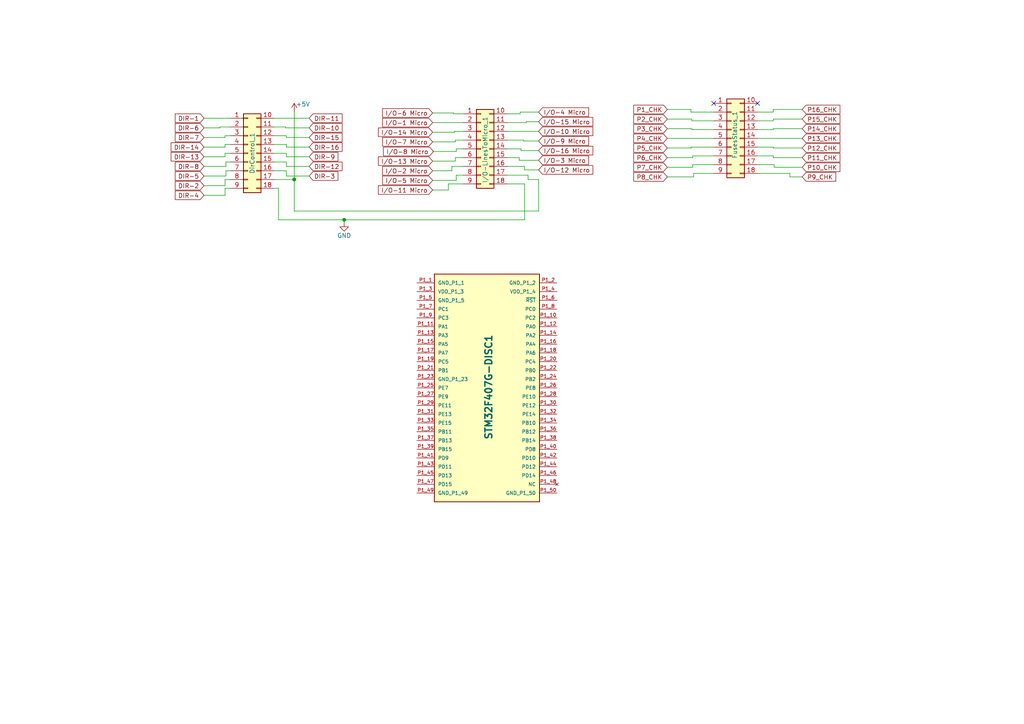
<source format=kicad_sch>
(kicad_sch (version 20250114) (generator "eeschema") (generator_version "9.0")
  (paper "A4")
  (lib_symbols
    (symbol "Connector_Generic:Conn_02x09_Top_Bottom" (pin_names (offset 1.016) (hide yes))
      (property "Reference" "J" (at 1.27 12.7 0))
      (property "Value" "Conn_02x09_Top_Bottom" (at 1.27 -12.7 0))
      (symbol "Conn_02x09_Top_Bottom_1_1"
        (rectangle (start -1.27 11.43) (end 3.81 -11.43) (stroke (width 0.254)) (fill (type background)))
        (rectangle (start -1.27 10.287) (end 0 10.033) (stroke (width 0.1524)))
        (rectangle (start -1.27 7.747) (end 0 7.493) (stroke (width 0.1524)))
        (rectangle (start -1.27 5.207) (end 0 4.953) (stroke (width 0.1524)))
        (rectangle (start -1.27 2.667) (end 0 2.413) (stroke (width 0.1524)))
        (rectangle (start -1.27 0.127) (end 0 -0.127) (stroke (width 0.1524)))
        (rectangle (start -1.27 -2.413) (end 0 -2.667) (stroke (width 0.1524)))
        (rectangle (start -1.27 -4.953) (end 0 -5.207) (stroke (width 0.1524)))
        (rectangle (start -1.27 -7.493) (end 0 -7.747) (stroke (width 0.1524)))
        (rectangle (start -1.27 -10.033) (end 0 -10.287) (stroke (width 0.1524)))
        (rectangle (start 3.81 10.287) (end 2.54 10.033) (stroke (width 0.1524)))
        (rectangle (start 3.81 7.747) (end 2.54 7.493) (stroke (width 0.1524)))
        (rectangle (start 3.81 5.207) (end 2.54 4.953) (stroke (width 0.1524)))
        (rectangle (start 3.81 2.667) (end 2.54 2.413) (stroke (width 0.1524)))
        (rectangle (start 3.81 0.127) (end 2.54 -0.127) (stroke (width 0.1524)))
        (rectangle (start 3.81 -2.413) (end 2.54 -2.667) (stroke (width 0.1524)))
        (rectangle (start 3.81 -4.953) (end 2.54 -5.207) (stroke (width 0.1524)))
        (rectangle (start 3.81 -7.493) (end 2.54 -7.747) (stroke (width 0.1524)))
        (rectangle (start 3.81 -10.033) (end 2.54 -10.287) (stroke (width 0.1524)))
        (pin passive line (at -5.08 10.16 0) (length 3.81) (name "Pin_1") (number "1"))
        (pin passive line (at -5.08 7.62 0) (length 3.81) (name "Pin_2") (number "2"))
        (pin passive line (at -5.08 5.08 0) (length 3.81) (name "Pin_3") (number "3"))
        (pin passive line (at -5.08 2.54 0) (length 3.81) (name "Pin_4") (number "4"))
        (pin passive line (at -5.08 0 0) (length 3.81) (name "Pin_5") (number "5"))
        (pin passive line (at -5.08 -2.54 0) (length 3.81) (name "Pin_6") (number "6"))
        (pin passive line (at -5.08 -5.08 0) (length 3.81) (name "Pin_7") (number "7"))
        (pin passive line (at -5.08 -7.62 0) (length 3.81) (name "Pin_8") (number "8"))
        (pin passive line (at -5.08 -10.16 0) (length 3.81) (name "Pin_9") (number "9"))
        (pin passive line (at 7.62 10.16 180) (length 3.81) (name "Pin_10") (number "10"))
        (pin passive line (at 7.62 7.62 180) (length 3.81) (name "Pin_11") (number "11"))
        (pin passive line (at 7.62 5.08 180) (length 3.81) (name "Pin_12") (number "12"))
        (pin passive line (at 7.62 2.54 180) (length 3.81) (name "Pin_13") (number "13"))
        (pin passive line (at 7.62 0 180) (length 3.81) (name "Pin_14") (number "14"))
        (pin passive line (at 7.62 -2.54 180) (length 3.81) (name "Pin_15") (number "15"))
        (pin passive line (at 7.62 -5.08 180) (length 3.81) (name "Pin_16") (number "16"))
        (pin passive line (at 7.62 -7.62 180) (length 3.81) (name "Pin_17") (number "17"))
        (pin passive line (at 7.62 -10.16 180) (length 3.81) (name "Pin_18") (number "18"))
      )
    )
    (symbol "STM32F407G-DISC1:STM32F407G-DISC1" (pin_names (offset 1.016))
      (property "Reference" "U" (at -15.24 33.782 0))
      (property "Value" "STM32F407G-DISC1" (at -15.24 -35.56 0))
      (symbol "STM32F407G-DISC1_1_0"
        (rectangle (start -15.24 -33.02) (end 15.24 33.02) (stroke (width 0.254)) (fill (type background)))
        (pin power_in line (at -20.32 30.48 0) (length 5.08) (name "GND_P1_1") (number "P1_1"))
        (pin power_in line (at -20.32 27.94 0) (length 5.08) (name "VDD_P1_3") (number "P1_3"))
        (pin power_in line (at -20.32 25.4 0) (length 5.08) (name "GND_P1_5") (number "P1_5"))
        (pin bidirectional line (at -20.32 22.86 0) (length 5.08) (name "PC1") (number "P1_7"))
        (pin bidirectional line (at -20.32 20.32 0) (length 5.08) (name "PC3") (number "P1_9"))
        (pin bidirectional line (at -20.32 17.78 0) (length 5.08) (name "PA1") (number "P1_11"))
        (pin bidirectional line (at -20.32 15.24 0) (length 5.08) (name "PA3") (number "P1_13"))
        (pin bidirectional line (at -20.32 12.7 0) (length 5.08) (name "PA5") (number "P1_15"))
        (pin bidirectional line (at -20.32 10.16 0) (length 5.08) (name "PA7") (number "P1_17"))
        (pin bidirectional line (at -20.32 7.62 0) (length 5.08) (name "PC5") (number "P1_19"))
        (pin bidirectional line (at -20.32 5.08 0) (length 5.08) (name "PB1") (number "P1_21"))
        (pin power_in line (at -20.32 2.54 0) (length 5.08) (name "GND_P1_23") (number "P1_23"))
        (pin bidirectional line (at -20.32 0 0) (length 5.08) (name "PE7") (number "P1_25"))
        (pin bidirectional line (at -20.32 -2.54 0) (length 5.08) (name "PE9") (number "P1_27"))
        (pin bidirectional line (at -20.32 -5.08 0) (length 5.08) (name "PE11") (number "P1_29"))
        (pin bidirectional line (at -20.32 -7.62 0) (length 5.08) (name "PE13") (number "P1_31"))
        (pin bidirectional line (at -20.32 -10.16 0) (length 5.08) (name "PE15") (number "P1_33"))
        (pin bidirectional line (at -20.32 -12.7 0) (length 5.08) (name "PB11") (number "P1_35"))
        (pin bidirectional line (at -20.32 -15.24 0) (length 5.08) (name "PB13") (number "P1_37"))
        (pin bidirectional line (at -20.32 -17.78 0) (length 5.08) (name "PB15") (number "P1_39"))
        (pin bidirectional line (at -20.32 -20.32 0) (length 5.08) (name "PD9") (number "P1_41"))
        (pin bidirectional line (at -20.32 -22.86 0) (length 5.08) (name "PD11") (number "P1_43"))
        (pin bidirectional line (at -20.32 -25.4 0) (length 5.08) (name "PD13") (number "P1_45"))
        (pin bidirectional line (at -20.32 -27.94 0) (length 5.08) (name "PD15") (number "P1_47"))
        (pin power_in line (at -20.32 -30.48 0) (length 5.08) (name "GND_P1_49") (number "P1_49"))
        (pin power_in line (at 20.32 30.48 180) (length 5.08) (name "GND_P1_2") (number "P1_2"))
        (pin power_in line (at 20.32 27.94 180) (length 5.08) (name "VDD_P1_4") (number "P1_4"))
        (pin bidirectional line (at 20.32 25.4 180) (length 5.08) (name "~{RST}") (number "P1_6"))
        (pin bidirectional line (at 20.32 22.86 180) (length 5.08) (name "PC0") (number "P1_8"))
        (pin bidirectional line (at 20.32 20.32 180) (length 5.08) (name "PC2") (number "P1_10"))
        (pin bidirectional line (at 20.32 17.78 180) (length 5.08) (name "PA0") (number "P1_12"))
        (pin bidirectional line (at 20.32 15.24 180) (length 5.08) (name "PA2") (number "P1_14"))
        (pin bidirectional line (at 20.32 12.7 180) (length 5.08) (name "PA4") (number "P1_16"))
        (pin bidirectional line (at 20.32 10.16 180) (length 5.08) (name "PA6") (number "P1_18"))
        (pin bidirectional line (at 20.32 7.62 180) (length 5.08) (name "PC4") (number "P1_20"))
        (pin bidirectional line (at 20.32 5.08 180) (length 5.08) (name "PB0") (number "P1_22"))
        (pin bidirectional line (at 20.32 2.54 180) (length 5.08) (name "PB2") (number "P1_24"))
        (pin bidirectional line (at 20.32 0 180) (length 5.08) (name "PE8") (number "P1_26"))
        (pin bidirectional line (at 20.32 -2.54 180) (length 5.08) (name "PE10") (number "P1_28"))
        (pin bidirectional line (at 20.32 -5.08 180) (length 5.08) (name "PE12") (number "P1_30"))
        (pin bidirectional line (at 20.32 -7.62 180) (length 5.08) (name "PE14") (number "P1_32"))
        (pin bidirectional line (at 20.32 -10.16 180) (length 5.08) (name "PB10") (number "P1_34"))
        (pin bidirectional line (at 20.32 -12.7 180) (length 5.08) (name "PB12") (number "P1_36"))
        (pin bidirectional line (at 20.32 -15.24 180) (length 5.08) (name "PB14") (number "P1_38"))
        (pin bidirectional line (at 20.32 -17.78 180) (length 5.08) (name "PD8") (number "P1_40"))
        (pin bidirectional line (at 20.32 -20.32 180) (length 5.08) (name "PD10") (number "P1_42"))
        (pin bidirectional line (at 20.32 -22.86 180) (length 5.08) (name "PD12") (number "P1_44"))
        (pin bidirectional line (at 20.32 -25.4 180) (length 5.08) (name "PD14") (number "P1_46"))
        (pin no_connect line (at 20.32 -27.94 180) (length 5.08) (name "NC") (number "P1_48"))
        (pin power_in line (at 20.32 -30.48 180) (length 5.08) (name "GND_P1_50") (number "P1_50"))
      )
      (symbol "STM32F407G-DISC1_2_0"
        (rectangle (start -15.24 -33.02) (end 15.24 33.02) (stroke (width 0.254)) (fill (type background)))
        (pin power_in line (at -20.32 30.48 0) (length 5.08) (name "GND_P2_1") (number "P2_1"))
        (pin power_in line (at -20.32 27.94 0) (length 5.08) (name "5V_P2_3") (number "P2_3"))
        (pin power_in line (at -20.32 25.4 0) (length 5.08) (name "3V_P2_5") (number "P2_5"))
        (pin bidirectional line (at -20.32 22.86 0) (length 5.08) (name "PH0") (number "P2_7"))
        (pin bidirectional line (at -20.32 20.32 0) (length 5.08) (name "PC14") (number "P2_9"))
        (pin bidirectional line (at -20.32 17.78 0) (length 5.08) (name "PE6") (number "P2_11"))
        (pin bidirectional line (at -20.32 15.24 0) (length 5.08) (name "PE4") (number "P2_13"))
        (pin bidirectional line (at -20.32 12.7 0) (length 5.08) (name "PE2") (number "P2_15"))
        (pin bidirectional line (at -20.32 10.16 0) (length 5.08) (name "PE0") (number "P2_17"))
        (pin bidirectional line (at -20.32 7.62 0) (length 5.08) (name "PB8") (number "P2_19"))
        (pin input line (at -20.32 5.08 0) (length 5.08) (name "BOOT0") (number "P2_21"))
        (pin bidirectional line (at -20.32 2.54 0) (length 5.08) (name "PB6") (number "P2_23"))
        (pin bidirectional line (at -20.32 0 0) (length 5.08) (name "PB4") (number "P2_25"))
        (pin bidirectional line (at -20.32 -2.54 0) (length 5.08) (name "PD7") (number "P2_27"))
        (pin bidirectional line (at -20.32 -5.08 0) (length 5.08) (name "PD5") (number "P2_29"))
        (pin bidirectional line (at -20.32 -7.62 0) (length 5.08) (name "PD3") (number "P2_31"))
        (pin bidirectional line (at -20.32 -10.16 0) (length 5.08) (name "PD1") (number "P2_33"))
        (pin bidirectional line (at -20.32 -12.7 0) (length 5.08) (name "PC12") (number "P2_35"))
        (pin bidirectional line (at -20.32 -15.24 0) (length 5.08) (name "PC10") (number "P2_37"))
        (pin bidirectional line (at -20.32 -17.78 0) (length 5.08) (name "PA14") (number "P2_39"))
        (pin bidirectional line (at -20.32 -20.32 0) (length 5.08) (name "PA10") (number "P2_41"))
        (pin bidirectional line (at -20.32 -22.86 0) (length 5.08) (name "PA8") (number "P2_43"))
        (pin bidirectional line (at -20.32 -25.4 0) (length 5.08) (name "PC8") (number "P2_45"))
        (pin bidirectional line (at -20.32 -27.94 0) (length 5.08) (name "PC6") (number "P2_47"))
        (pin power_in line (at -20.32 -30.48 0) (length 5.08) (name "GND_P2_49") (number "P2_49"))
        (pin power_in line (at 20.32 30.48 180) (length 5.08) (name "GND_P2_2") (number "P2_2"))
        (pin power_in line (at 20.32 27.94 180) (length 5.08) (name "5V_P2_4") (number "P2_4"))
        (pin power_in line (at 20.32 25.4 180) (length 5.08) (name "3V_P2_6") (number "P2_6"))
        (pin bidirectional line (at 20.32 22.86 180) (length 5.08) (name "PH1") (number "P2_8"))
        (pin bidirectional line (at 20.32 20.32 180) (length 5.08) (name "PC15") (number "P2_10"))
        (pin bidirectional line (at 20.32 17.78 180) (length 5.08) (name "PC13") (number "P2_12"))
        (pin bidirectional line (at 20.32 15.24 180) (length 5.08) (name "PE5") (number "P2_14"))
        (pin bidirectional line (at 20.32 12.7 180) (length 5.08) (name "PE3") (number "P2_16"))
        (pin bidirectional line (at 20.32 10.16 180) (length 5.08) (name "PE1") (number "P2_18"))
        (pin bidirectional line (at 20.32 7.62 180) (length 5.08) (name "PB9") (number "P2_20"))
        (pin power_in line (at 20.32 5.08 180) (length 5.08) (name "VDD_P2_22") (number "P2_22"))
        (pin bidirectional line (at 20.32 2.54 180) (length 5.08) (name "PB7") (number "P2_24"))
        (pin bidirectional line (at 20.32 0 180) (length 5.08) (name "PB5") (number "P2_26"))
        (pin bidirectional line (at 20.32 -2.54 180) (length 5.08) (name "PB3") (number "P2_28"))
        (pin bidirectional line (at 20.32 -5.08 180) (length 5.08) (name "PD6") (number "P2_30"))
        (pin bidirectional line (at 20.32 -7.62 180) (length 5.08) (name "PD4") (number "P2_32"))
        (pin bidirectional line (at 20.32 -10.16 180) (length 5.08) (name "PD2") (number "P2_34"))
        (pin bidirectional line (at 20.32 -12.7 180) (length 5.08) (name "PD0") (number "P2_36"))
        (pin bidirectional line (at 20.32 -15.24 180) (length 5.08) (name "PC11") (number "P2_38"))
        (pin bidirectional line (at 20.32 -17.78 180) (length 5.08) (name "PA15") (number "P2_40"))
        (pin bidirectional line (at 20.32 -20.32 180) (length 5.08) (name "PA13") (number "P2_42"))
        (pin bidirectional line (at 20.32 -22.86 180) (length 5.08) (name "PA9") (number "P2_44"))
        (pin bidirectional line (at 20.32 -25.4 180) (length 5.08) (name "PC9") (number "P2_46"))
        (pin bidirectional line (at 20.32 -27.94 180) (length 5.08) (name "PC7") (number "P2_48"))
        (pin power_in line (at 20.32 -30.48 180) (length 5.08) (name "GND_P2_50") (number "P2_50"))
      )
    )
    (symbol "power:+5V" (power) (pin_numbers (hide yes)) (pin_names (offset 0) (hide yes))
      (property "Value" "+5V" (at 0 3.556 0))
      (symbol "+5V_0_1"
        (polyline (pts (xy -0.762 1.27) (xy 0 2.54)))
        (polyline (pts (xy 0 2.54) (xy 0.762 1.27)))
        (polyline (pts (xy 0 0) (xy 0 2.54)))
      )
      (symbol "+5V_1_1"
        (pin power_in line (at 0 0 90) (length 0) (name "~") (number "1"))
      )
    )
    (symbol "power:GND" (power) (pin_numbers (hide yes)) (pin_names (offset 0) (hide yes))
      (property "Value" "GND" (at 0 -3.81 0))
      (symbol "GND_0_1"
        (polyline (pts (xy 0 0) (xy 0 -1.27) (xy 1.27 -1.27) (xy 0 -2.54) (xy -1.27 -1.27) (xy 0 -1.27)))
      )
      (symbol "GND_1_1"
        (pin power_in line (at 0 0 270) (length 0) (name "~") (number "1"))
      )
    )
  )
  (junction (at 99.822 63.754))
  (junction (at 85.344 52.07))
  (no_connect (at 207.01 29.972))
  (no_connect (at 219.71 29.972))
  (wire (pts (xy 193.548 34.544) (xy 200.66 34.544)))
  (wire (pts (xy 200.914 47.752) (xy 207.01 47.752)))
  (wire (pts (xy 66.802 49.53) (xy 65.532 49.53)))
  (wire (pts (xy 89.662 42.672) (xy 83.058 42.672)))
  (wire (pts (xy 65.278 39.878) (xy 65.278 39.37)))
  (wire (pts (xy 79.502 34.29) (xy 89.662 34.29)))
  (wire (pts (xy 79.502 44.45) (xy 83.058 44.45)))
  (wire (pts (xy 224.282 42.926) (xy 224.282 42.672)))
  (wire (pts (xy 224.282 37.338) (xy 232.664 37.338)))
  (wire (pts (xy 152.146 49.276) (xy 152.146 48.26)))
  (wire (pts (xy 80.772 54.61) (xy 79.502 54.61)))
  (wire (pts (xy 153.162 50.8) (xy 147.066 50.8)))
  (wire (pts (xy 63.754 36.83) (xy 63.754 37.084)))
  (wire (pts (xy 125.476 49.53) (xy 131.064 49.53)))
  (wire (pts (xy 131.572 33.02) (xy 134.366 33.02)))
  (wire (pts (xy 59.182 39.878) (xy 65.278 39.878)))
  (wire (pts (xy 200.406 32.512) (xy 200.406 31.75)))
  (wire (pts (xy 83.058 42.672) (xy 83.058 41.91)))
  (wire (pts (xy 150.622 45.72) (xy 147.066 45.72)))
  (wire (pts (xy 193.548 48.514) (xy 200.914 48.514)))
  (wire (pts (xy 79.502 52.07) (xy 85.344 52.07)))
  (wire (pts (xy 130.048 53.34) (xy 134.366 53.34)))
  (wire (pts (xy 200.914 45.72) (xy 200.914 45.212)))
  (wire (pts (xy 193.548 37.338) (xy 200.66 37.338)))
  (wire (pts (xy 65.278 56.642) (xy 65.278 54.61)))
  (wire (pts (xy 193.548 42.926) (xy 200.406 42.926)))
  (wire (pts (xy 224.282 32.512) (xy 224.282 31.75)))
  (wire (pts (xy 83.058 45.466) (xy 89.662 45.466)))
  (wire (pts (xy 207.01 32.512) (xy 200.406 32.512)))
  (wire (pts (xy 224.282 45.72) (xy 224.282 45.212)))
  (wire (pts (xy 85.344 32.512) (xy 85.344 52.07)))
  (wire (pts (xy 132.08 40.64) (xy 132.08 41.148)))
  (wire (pts (xy 65.532 51.054) (xy 59.182 51.054)))
  (wire (pts (xy 59.182 56.642) (xy 65.278 56.642)))
  (wire (pts (xy 125.476 35.56) (xy 134.366 35.56)))
  (wire (pts (xy 156.21 35.306) (xy 152.654 35.306)))
  (wire (pts (xy 65.278 54.61) (xy 66.802 54.61)))
  (wire (pts (xy 193.548 45.72) (xy 200.914 45.72)))
  (wire (pts (xy 125.476 43.942) (xy 132.334 43.942)))
  (wire (pts (xy 59.182 34.29) (xy 66.802 34.29)))
  (wire (pts (xy 59.182 45.466) (xy 65.278 45.466)))
  (wire (pts (xy 83.058 48.26) (xy 83.058 46.99)))
  (wire (pts (xy 200.66 37.338) (xy 200.66 37.592)))
  (wire (pts (xy 229.108 51.308) (xy 232.664 51.308)))
  (wire (pts (xy 200.66 35.052) (xy 207.01 35.052)))
  (wire (pts (xy 224.282 45.72) (xy 232.664 45.72)))
  (wire (pts (xy 224.282 34.544) (xy 232.664 34.544)))
  (wire (pts (xy 66.802 36.83) (xy 63.754 36.83)))
  (wire (pts (xy 85.344 61.214) (xy 156.21 61.214)))
  (wire (pts (xy 83.058 51.054) (xy 83.058 49.53)))
  (wire (pts (xy 224.536 48.514) (xy 232.664 48.514)))
  (wire (pts (xy 65.278 44.45) (xy 66.802 44.45)))
  (wire (pts (xy 65.278 53.848) (xy 59.182 53.848)))
  (wire (pts (xy 156.21 61.214) (xy 156.21 52.07)))
  (wire (pts (xy 83.058 46.99) (xy 79.502 46.99)))
  (wire (pts (xy 134.366 40.64) (xy 132.08 40.64)))
  (wire (pts (xy 151.892 40.894) (xy 156.21 40.894)))
  (wire (pts (xy 151.13 43.18) (xy 147.066 43.18)))
  (wire (pts (xy 152.146 53.34) (xy 152.146 63.754)))
  (wire (pts (xy 200.406 42.672) (xy 207.01 42.672)))
  (wire (pts (xy 99.822 63.754) (xy 152.146 63.754)))
  (wire (pts (xy 65.278 52.07) (xy 65.278 53.848)))
  (wire (pts (xy 219.71 40.132) (xy 232.664 40.132)))
  (wire (pts (xy 89.662 48.26) (xy 83.058 48.26)))
  (wire (pts (xy 219.71 32.512) (xy 224.282 32.512)))
  (wire (pts (xy 80.772 63.754) (xy 99.822 63.754)))
  (wire (pts (xy 151.13 43.688) (xy 151.13 43.18)))
  (wire (pts (xy 152.654 35.56) (xy 147.066 35.56)))
  (wire (pts (xy 200.914 48.514) (xy 200.914 47.752)))
  (wire (pts (xy 134.366 45.72) (xy 132.08 45.72)))
  (wire (pts (xy 224.282 42.926) (xy 232.664 42.926)))
  (wire (pts (xy 125.476 38.354) (xy 131.826 38.354)))
  (wire (pts (xy 65.532 46.99) (xy 65.532 48.26)))
  (wire (pts (xy 132.334 52.324) (xy 125.476 52.324)))
  (wire (pts (xy 89.662 51.054) (xy 83.058 51.054)))
  (wire (pts (xy 130.048 55.118) (xy 130.048 53.34)))
  (wire (pts (xy 152.146 48.26) (xy 147.066 48.26)))
  (wire (pts (xy 150.622 46.482) (xy 150.622 45.72)))
  (wire (pts (xy 150.876 33.02) (xy 150.876 32.512)))
  (wire (pts (xy 65.278 45.466) (xy 65.278 44.45)))
  (wire (pts (xy 151.892 40.894) (xy 151.892 40.64)))
  (wire (pts (xy 156.21 43.688) (xy 151.13 43.688)))
  (wire (pts (xy 132.334 43.18) (xy 134.366 43.18)))
  (wire (pts (xy 200.66 37.592) (xy 207.01 37.592)))
  (wire (pts (xy 201.168 51.308) (xy 201.168 50.292)))
  (wire (pts (xy 83.058 44.45) (xy 83.058 45.466)))
  (wire (pts (xy 201.168 50.292) (xy 207.01 50.292)))
  (wire (pts (xy 224.282 35.052) (xy 224.282 34.544)))
  (wire (pts (xy 63.754 37.084) (xy 59.182 37.084)))
  (wire (pts (xy 82.804 36.83) (xy 79.502 36.83)))
  (wire (pts (xy 229.108 51.308) (xy 229.108 50.292)))
  (wire (pts (xy 82.804 37.084) (xy 82.804 36.83)))
  (wire (pts (xy 65.532 48.26) (xy 59.182 48.26)))
  (wire (pts (xy 65.532 49.53) (xy 65.532 51.054)))
  (wire (pts (xy 80.772 54.61) (xy 80.772 63.754)))
  (wire (pts (xy 193.548 51.308) (xy 201.168 51.308)))
  (wire (pts (xy 147.066 38.1) (xy 156.21 38.1)))
  (wire (pts (xy 65.278 42.672) (xy 59.182 42.672)))
  (wire (pts (xy 153.162 52.07) (xy 156.21 52.07)))
  (wire (pts (xy 89.662 37.084) (xy 82.804 37.084)))
  (wire (pts (xy 224.536 48.514) (xy 224.536 47.752)))
  (wire (pts (xy 83.058 49.53) (xy 79.502 49.53)))
  (wire (pts (xy 132.334 50.8) (xy 132.334 52.324)))
  (wire (pts (xy 156.21 49.276) (xy 152.146 49.276)))
  (wire (pts (xy 132.334 50.8) (xy 134.366 50.8)))
  (wire (pts (xy 99.822 64.516) (xy 99.822 63.754)))
  (wire (pts (xy 79.502 39.37) (xy 83.058 39.37)))
  (wire (pts (xy 219.71 45.212) (xy 224.282 45.212)))
  (wire (pts (xy 131.064 48.26) (xy 134.366 48.26)))
  (wire (pts (xy 200.66 34.544) (xy 200.66 35.052)))
  (wire (pts (xy 200.914 45.212) (xy 207.01 45.212)))
  (wire (pts (xy 200.406 31.75) (xy 193.548 31.75)))
  (wire (pts (xy 132.334 43.942) (xy 132.334 43.18)))
  (wire (pts (xy 200.406 42.926) (xy 200.406 42.672)))
  (wire (pts (xy 224.282 37.338) (xy 224.282 37.592)))
  (wire (pts (xy 66.802 46.99) (xy 65.532 46.99)))
  (wire (pts (xy 132.08 46.736) (xy 125.476 46.736)))
  (wire (pts (xy 153.162 52.07) (xy 153.162 50.8)))
  (wire (pts (xy 152.654 35.306) (xy 152.654 35.56)))
  (wire (pts (xy 65.278 39.37) (xy 66.802 39.37)))
  (wire (pts (xy 147.066 33.02) (xy 150.876 33.02)))
  (wire (pts (xy 83.058 39.37) (xy 83.058 39.878)))
  (wire (pts (xy 132.08 45.72) (xy 132.08 46.736)))
  (wire (pts (xy 193.548 40.132) (xy 207.01 40.132)))
  (wire (pts (xy 66.802 52.07) (xy 65.278 52.07)))
  (wire (pts (xy 151.892 40.64) (xy 147.066 40.64)))
  (wire (pts (xy 125.476 32.766) (xy 131.572 32.766)))
  (wire (pts (xy 131.826 38.354) (xy 131.826 38.1)))
  (wire (pts (xy 131.826 38.1) (xy 134.366 38.1)))
  (wire (pts (xy 150.876 32.512) (xy 156.21 32.512)))
  (wire (pts (xy 219.71 47.752) (xy 224.536 47.752)))
  (wire (pts (xy 66.802 41.91) (xy 65.278 41.91)))
  (wire (pts (xy 125.476 41.148) (xy 132.08 41.148)))
  (wire (pts (xy 224.282 31.75) (xy 232.664 31.75)))
  (wire (pts (xy 85.344 52.07) (xy 85.344 61.214)))
  (wire (pts (xy 219.71 37.592) (xy 224.282 37.592)))
  (wire (pts (xy 229.108 50.292) (xy 219.71 50.292)))
  (wire (pts (xy 131.064 49.53) (xy 131.064 48.26)))
  (wire (pts (xy 147.066 53.34) (xy 152.146 53.34)))
  (wire (pts (xy 150.622 46.482) (xy 156.21 46.482)))
  (wire (pts (xy 131.572 32.766) (xy 131.572 33.02)))
  (wire (pts (xy 219.71 42.672) (xy 224.282 42.672)))
  (wire (pts (xy 83.058 41.91) (xy 79.502 41.91)))
  (wire (pts (xy 65.278 41.91) (xy 65.278 42.672)))
  (wire (pts (xy 219.71 35.052) (xy 224.282 35.052)))
  (wire (pts (xy 83.058 39.878) (xy 89.662 39.878)))
  (wire (pts (xy 125.476 55.118) (xy 130.048 55.118)))
  (global_label "P4_CHK" (shape input) (at 193.548 40.132 180) (property "Intersheetrefs" "${INTERSHEET_REFS}" (effects (hide yes))))
  (global_label "DIR-8" (shape input) (at 59.182 48.26 180) (property "Intersheetrefs" "${INTERSHEET_REFS}" (effects (hide yes))))
  (global_label "P8_CHK" (shape input) (at 193.548 51.308 180) (property "Intersheetrefs" "${INTERSHEET_REFS}" (effects (hide yes))))
  (global_label "P15_CHK" (shape input) (at 232.664 34.544 0) (property "Intersheetrefs" "${INTERSHEET_REFS}" (effects (hide yes))))
  (global_label "P13_CHK" (shape input) (at 232.664 40.132 0) (property "Intersheetrefs" "${INTERSHEET_REFS}" (effects (hide yes))))
  (global_label "DIR-11" (shape input) (at 89.662 34.29 0) (property "Intersheetrefs" "${INTERSHEET_REFS}" (effects (hide yes))))
  (global_label "I{slash}O-4 Micro" (shape input) (at 156.21 32.512 0) (property "Intersheetrefs" "${INTERSHEET_REFS}" (effects (hide yes))))
  (global_label "DIR-15" (shape input) (at 89.662 39.878 0) (property "Intersheetrefs" "${INTERSHEET_REFS}" (effects (hide yes))))
  (global_label "P14_CHK" (shape input) (at 232.664 37.338 0) (property "Intersheetrefs" "${INTERSHEET_REFS}" (effects (hide yes))))
  (global_label "DIR-3" (shape input) (at 89.662 51.054 0) (property "Intersheetrefs" "${INTERSHEET_REFS}" (effects (hide yes))))
  (global_label "DIR-16" (shape input) (at 89.662 42.672 0) (property "Intersheetrefs" "${INTERSHEET_REFS}" (effects (hide yes))))
  (global_label "I{slash}O-14 Micro" (shape input) (at 125.476 38.354 180) (property "Intersheetrefs" "${INTERSHEET_REFS}" (effects (hide yes))))
  (global_label "P9_CHK" (shape input) (at 232.664 51.308 0) (property "Intersheetrefs" "${INTERSHEET_REFS}" (effects (hide yes))))
  (global_label "I{slash}O-8 Micro" (shape input) (at 125.73 43.942 180) (property "Intersheetrefs" "${INTERSHEET_REFS}" (effects (hide yes))))
  (global_label "DIR-6" (shape input) (at 59.182 37.084 180) (property "Intersheetrefs" "${INTERSHEET_REFS}" (effects (hide yes))))
  (global_label "DIR-10" (shape input) (at 89.662 37.084 0) (property "Intersheetrefs" "${INTERSHEET_REFS}" (effects (hide yes))))
  (global_label "I{slash}O-10 Micro" (shape input) (at 156.21 38.1 0) (property "Intersheetrefs" "${INTERSHEET_REFS}" (effects (hide yes))))
  (global_label "I{slash}O-16 Micro" (shape input) (at 156.21 43.688 0) (property "Intersheetrefs" "${INTERSHEET_REFS}" (effects (hide yes))))
  (global_label "DIR-13" (shape input) (at 59.182 45.466 180) (property "Intersheetrefs" "${INTERSHEET_REFS}" (effects (hide yes))))
  (global_label "P3_CHK" (shape input) (at 193.548 37.338 180) (property "Intersheetrefs" "${INTERSHEET_REFS}" (effects (hide yes))))
  (global_label "P2_CHK" (shape input) (at 193.548 34.544 180) (property "Intersheetrefs" "${INTERSHEET_REFS}" (effects (hide yes))))
  (global_label "P11_CHK" (shape input) (at 232.664 45.72 0) (property "Intersheetrefs" "${INTERSHEET_REFS}" (effects (hide yes))))
  (global_label "I{slash}O-1 Micro" (shape input) (at 125.476 35.56 180) (property "Intersheetrefs" "${INTERSHEET_REFS}" (effects (hide yes))))
  (global_label "P6_CHK" (shape input) (at 193.548 45.72 180) (property "Intersheetrefs" "${INTERSHEET_REFS}" (effects (hide yes))))
  (global_label "P7_CHK" (shape input) (at 193.548 48.514 180) (property "Intersheetrefs" "${INTERSHEET_REFS}" (effects (hide yes))))
  (global_label "DIR-12" (shape input) (at 89.662 48.26 0) (property "Intersheetrefs" "${INTERSHEET_REFS}" (effects (hide yes))))
  (global_label "I{slash}O-6 Micro" (shape input) (at 125.476 32.766 180) (property "Intersheetrefs" "${INTERSHEET_REFS}" (effects (hide yes))))
  (global_label "I{slash}O-5 Micro" (shape input) (at 125.476 52.324 180) (property "Intersheetrefs" "${INTERSHEET_REFS}" (effects (hide yes))))
  (global_label "DIR-2" (shape input) (at 59.182 53.848 180) (property "Intersheetrefs" "${INTERSHEET_REFS}" (effects (hide yes))))
  (global_label "DIR-9" (shape input) (at 89.662 45.466 0) (property "Intersheetrefs" "${INTERSHEET_REFS}" (effects (hide yes))))
  (global_label "I{slash}O-7 Micro" (shape input) (at 125.476 41.148 180) (property "Intersheetrefs" "${INTERSHEET_REFS}" (effects (hide yes))))
  (global_label "I{slash}O-13 Micro" (shape input) (at 125.476 46.736 180) (property "Intersheetrefs" "${INTERSHEET_REFS}" (effects (hide yes))))
  (global_label "P5_CHK" (shape input) (at 193.548 42.926 180) (property "Intersheetrefs" "${INTERSHEET_REFS}" (effects (hide yes))))
  (global_label "P12_CHK" (shape input) (at 232.664 42.926 0) (property "Intersheetrefs" "${INTERSHEET_REFS}" (effects (hide yes))))
  (global_label "I{slash}O-11 Micro" (shape input) (at 125.476 55.118 180) (property "Intersheetrefs" "${INTERSHEET_REFS}" (effects (hide yes))))
  (global_label "I{slash}O-9 Micro" (shape input) (at 156.21 40.894 0) (property "Intersheetrefs" "${INTERSHEET_REFS}" (effects (hide yes))))
  (global_label "I{slash}O-12 Micro" (shape input) (at 156.21 49.276 0) (property "Intersheetrefs" "${INTERSHEET_REFS}" (effects (hide yes))))
  (global_label "DIR-7" (shape input) (at 59.182 39.878 180) (property "Intersheetrefs" "${INTERSHEET_REFS}" (effects (hide yes))))
  (global_label "DIR-4" (shape input) (at 59.182 56.642 180) (property "Intersheetrefs" "${INTERSHEET_REFS}" (effects (hide yes))))
  (global_label "P10_CHK" (shape input) (at 232.664 48.514 0) (property "Intersheetrefs" "${INTERSHEET_REFS}" (effects (hide yes))))
  (global_label "I{slash}O-3 Micro" (shape input) (at 156.21 46.482 0) (property "Intersheetrefs" "${INTERSHEET_REFS}" (effects (hide yes))))
  (global_label "DIR-14" (shape input) (at 59.182 42.672 180) (property "Intersheetrefs" "${INTERSHEET_REFS}" (effects (hide yes))))
  (global_label "I{slash}O-15 Micro" (shape input) (at 156.21 35.306 0) (property "Intersheetrefs" "${INTERSHEET_REFS}" (effects (hide yes))))
  (global_label "P16_CHK" (shape input) (at 232.664 31.75 0) (property "Intersheetrefs" "${INTERSHEET_REFS}" (effects (hide yes))))
  (global_label "I{slash}O-2 Micro" (shape input) (at 125.476 49.53 180) (property "Intersheetrefs" "${INTERSHEET_REFS}" (effects (hide yes))))
  (global_label "DIR-5" (shape input) (at 59.182 51.054 180) (property "Intersheetrefs" "${INTERSHEET_REFS}" (effects (hide yes))))
  (global_label "DIR-1" (shape input) (at 59.182 34.29 180) (property "Intersheetrefs" "${INTERSHEET_REFS}" (effects (hide yes))))
  (global_label "P1_CHK" (shape input) (at 193.548 31.75 180) (property "Intersheetrefs" "${INTERSHEET_REFS}" (effects (hide yes))))
  (symbol (lib_id "power:GND") (at 99.822 64.516 0) (unit 1)
    (property "Reference" "#PWR02" (effects (hide yes)))
    (property "Value" "GND" (at 99.822 68.326 0))
    (property "Description" "Power symbol creates a global label with name \"GND\" , ground" (effects (hide yes)))
  )
  (symbol (lib_id "power:+5V") (at 85.344 32.512 0) (unit 1)
    (property "Reference" "#PWR01" (effects (hide yes)))
    (property "Value" "+5V" (at 87.884 30.226 0))
    (property "Description" "Power symbol creates a global label with name \"+5V\"" (effects (hide yes)))
  )
  (symbol (lib_id "STM32F407G-DISC1:STM32F407G-DISC1") (at 141.224 112.522 0) (unit 1)
    (property "Reference" "U1" (effects (hide yes)))
    (property "Value" "STM32F407G-DISC1" (at 141.732 112.268 90) (effects (font (size 2 2) (thickness 0.4) (bold yes))))
    (property "Footprint" "STM32F407G-DISC1:MODULE_STM32F407G-DISC1" (effects (hide yes)))
    (property "MF" "STMicroelectronics" (effects (hide yes)))
    (property "Description_1" "STM32F407, STM32F417 Discovery STM32F4 ARM® Cortex®-M4 MCU 32-Bit Embedded Evaluation Board" (effects (hide yes)))
    (property "Package" "None" (effects (hide yes)))
    (property "Price" "None" (effects (hide yes)))
    (property "Check_prices" "https://www.snapeda.com/parts/STM32F407G-DISC1/STMicroelectronics/view-part/?ref=eda" (effects (hide yes)))
    (property "STANDARD" "Manufacturer Recommendations" (effects (hide yes)))
    (property "PARTREV" "7" (effects (hide yes)))
    (property "SnapEDA_Link" "https://www.snapeda.com/parts/STM32F407G-DISC1/STMicroelectronics/view-part/?ref=snap" (effects (hide yes)))
    (property "MP" "STM32F407G-DISC1" (effects (hide yes)))
    (property "Availability" "In Stock" (effects (hide yes)))
    (property "MANUFACTURER" "STMicroelectronics" (effects (hide yes)))
  )
  (symbol (lib_id "Connector_Generic:Conn_02x09_Top_Bottom") (at 139.446 43.18 0) (unit 1)
    (property "Reference" "I/O-LinesToMicro_1" (at 140.716 43.434 90))
    (property "Value" "Conn_02x09_Top_Bottom" (effects (hide yes)))
    (property "Footprint" "Connector_PinHeader_2.54mm:PinHeader_2x09_P2.54mm_Vertical" (effects (hide yes)))
    (property "Description" "Generic connector, double row, 02x09, top/bottom pin numbering scheme (row 1: 1...pins_per_row, row2: pins_per_row+1 ... num_pins), script generated (kicad-library-utils/schlib/autogen/connector/)" (effects (hide yes)))
  )
  (symbol (lib_id "Connector_Generic:Conn_02x09_Top_Bottom") (at 212.09 40.132 0) (unit 1)
    (property "Reference" "FusesStatus_1" (at 213.106 39.116 90))
    (property "Value" "Conn_02x09_Top_Bottom" (effects (hide yes)))
    (property "Footprint" "Connector_PinHeader_2.54mm:PinHeader_2x09_P2.54mm_Vertical" (effects (hide yes)))
    (property "Description" "Generic connector, double row, 02x09, top/bottom pin numbering scheme (row 1: 1...pins_per_row, row2: pins_per_row+1 ... num_pins), script generated (kicad-library-utils/schlib/autogen/connector/)" (effects (hide yes)))
  )
  (symbol (lib_id "Connector_Generic:Conn_02x09_Top_Bottom") (at 71.882 44.45 0) (unit 1)
    (property "Reference" "DirControl_1" (at 73.152 44.45 90))
    (property "Value" "Conn_02x09_Top_Bottom" (effects (hide yes)))
    (property "Footprint" "Connector_PinHeader_2.54mm:PinHeader_2x09_P2.54mm_Vertical" (effects (hide yes)))
    (property "Description" "Generic connector, double row, 02x09, top/bottom pin numbering scheme (row 1: 1...pins_per_row, row2: pins_per_row+1 ... num_pins), script generated (kicad-library-utils/schlib/autogen/connector/)" (effects (hide yes)))
  )
)
</source>
